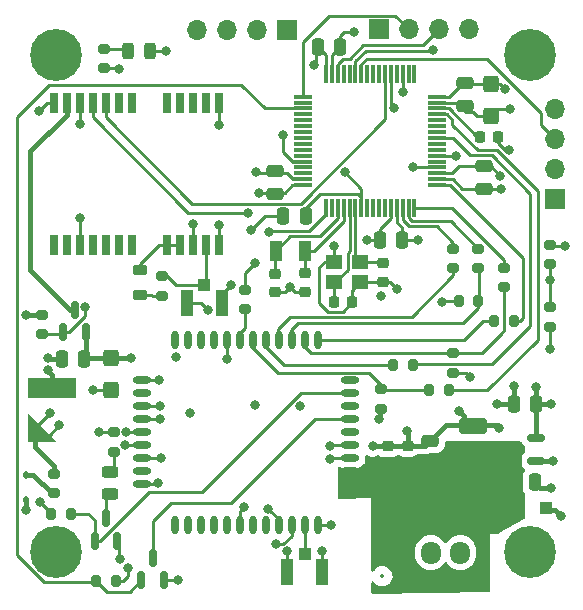
<source format=gtl>
%TF.GenerationSoftware,KiCad,Pcbnew,7.0.9*%
%TF.CreationDate,2024-01-29T23:24:25+02:00*%
%TF.ProjectId,TheftShield_Tracker,54686566-7453-4686-9965-6c645f547261,rev?*%
%TF.SameCoordinates,Original*%
%TF.FileFunction,Copper,L1,Top*%
%TF.FilePolarity,Positive*%
%FSLAX46Y46*%
G04 Gerber Fmt 4.6, Leading zero omitted, Abs format (unit mm)*
G04 Created by KiCad (PCBNEW 7.0.9) date 2024-01-29 23:24:25*
%MOMM*%
%LPD*%
G01*
G04 APERTURE LIST*
G04 Aperture macros list*
%AMRoundRect*
0 Rectangle with rounded corners*
0 $1 Rounding radius*
0 $2 $3 $4 $5 $6 $7 $8 $9 X,Y pos of 4 corners*
0 Add a 4 corners polygon primitive as box body*
4,1,4,$2,$3,$4,$5,$6,$7,$8,$9,$2,$3,0*
0 Add four circle primitives for the rounded corners*
1,1,$1+$1,$2,$3*
1,1,$1+$1,$4,$5*
1,1,$1+$1,$6,$7*
1,1,$1+$1,$8,$9*
0 Add four rect primitives between the rounded corners*
20,1,$1+$1,$2,$3,$4,$5,0*
20,1,$1+$1,$4,$5,$6,$7,0*
20,1,$1+$1,$6,$7,$8,$9,0*
20,1,$1+$1,$8,$9,$2,$3,0*%
%AMFreePoly0*
4,1,12,0.600035,0.600035,0.600050,0.600000,0.600050,-1.800000,0.600036,-1.800036,0.600000,-1.800050,0.599965,-1.800036,-1.800035,0.599965,-1.800050,0.600000,-1.800035,0.600035,-1.800000,0.600050,0.600000,0.600050,0.600035,0.600035,0.600035,0.600035,$1*%
G04 Aperture macros list end*
%TA.AperFunction,SMDPad,CuDef*%
%ADD10RoundRect,0.200000X-0.275000X0.200000X-0.275000X-0.200000X0.275000X-0.200000X0.275000X0.200000X0*%
%TD*%
%TA.AperFunction,SMDPad,CuDef*%
%ADD11RoundRect,0.250000X0.475000X-0.250000X0.475000X0.250000X-0.475000X0.250000X-0.475000X-0.250000X0*%
%TD*%
%TA.AperFunction,SMDPad,CuDef*%
%ADD12FreePoly0,180.000000*%
%TD*%
%TA.AperFunction,SMDPad,CuDef*%
%ADD13R,4.100000X1.700000*%
%TD*%
%TA.AperFunction,SMDPad,CuDef*%
%ADD14RoundRect,0.250000X0.250000X0.475000X-0.250000X0.475000X-0.250000X-0.475000X0.250000X-0.475000X0*%
%TD*%
%TA.AperFunction,SMDPad,CuDef*%
%ADD15R,0.800000X1.800000*%
%TD*%
%TA.AperFunction,ComponentPad*%
%ADD16R,1.700000X1.700000*%
%TD*%
%TA.AperFunction,ComponentPad*%
%ADD17O,1.700000X1.700000*%
%TD*%
%TA.AperFunction,ComponentPad*%
%ADD18C,4.400000*%
%TD*%
%TA.AperFunction,SMDPad,CuDef*%
%ADD19RoundRect,0.250000X-0.425000X0.450000X-0.425000X-0.450000X0.425000X-0.450000X0.425000X0.450000X0*%
%TD*%
%TA.AperFunction,SMDPad,CuDef*%
%ADD20O,0.600000X1.600000*%
%TD*%
%TA.AperFunction,SMDPad,CuDef*%
%ADD21O,1.600000X0.600000*%
%TD*%
%TA.AperFunction,SMDPad,CuDef*%
%ADD22RoundRect,0.250000X-0.475000X0.250000X-0.475000X-0.250000X0.475000X-0.250000X0.475000X0.250000X0*%
%TD*%
%TA.AperFunction,SMDPad,CuDef*%
%ADD23RoundRect,0.200000X0.200000X0.275000X-0.200000X0.275000X-0.200000X-0.275000X0.200000X-0.275000X0*%
%TD*%
%TA.AperFunction,SMDPad,CuDef*%
%ADD24RoundRect,0.200000X0.275000X-0.200000X0.275000X0.200000X-0.275000X0.200000X-0.275000X-0.200000X0*%
%TD*%
%TA.AperFunction,SMDPad,CuDef*%
%ADD25RoundRect,0.200000X-0.200000X-0.275000X0.200000X-0.275000X0.200000X0.275000X-0.200000X0.275000X0*%
%TD*%
%TA.AperFunction,SMDPad,CuDef*%
%ADD26R,1.000000X1.800000*%
%TD*%
%TA.AperFunction,SMDPad,CuDef*%
%ADD27RoundRect,0.218750X-0.381250X0.218750X-0.381250X-0.218750X0.381250X-0.218750X0.381250X0.218750X0*%
%TD*%
%TA.AperFunction,SMDPad,CuDef*%
%ADD28RoundRect,0.243750X0.456250X-0.243750X0.456250X0.243750X-0.456250X0.243750X-0.456250X-0.243750X0*%
%TD*%
%TA.AperFunction,SMDPad,CuDef*%
%ADD29RoundRect,0.250000X-0.250000X-0.475000X0.250000X-0.475000X0.250000X0.475000X-0.250000X0.475000X0*%
%TD*%
%TA.AperFunction,SMDPad,CuDef*%
%ADD30RoundRect,0.150000X0.150000X-0.587500X0.150000X0.587500X-0.150000X0.587500X-0.150000X-0.587500X0*%
%TD*%
%TA.AperFunction,SMDPad,CuDef*%
%ADD31RoundRect,0.225000X0.225000X0.250000X-0.225000X0.250000X-0.225000X-0.250000X0.225000X-0.250000X0*%
%TD*%
%TA.AperFunction,ComponentPad*%
%ADD32RoundRect,0.250000X-0.600000X-0.725000X0.600000X-0.725000X0.600000X0.725000X-0.600000X0.725000X0*%
%TD*%
%TA.AperFunction,ComponentPad*%
%ADD33O,1.700000X1.950000*%
%TD*%
%TA.AperFunction,SMDPad,CuDef*%
%ADD34R,1.400000X1.200000*%
%TD*%
%TA.AperFunction,SMDPad,CuDef*%
%ADD35R,1.000000X1.050000*%
%TD*%
%TA.AperFunction,SMDPad,CuDef*%
%ADD36R,1.050000X2.200000*%
%TD*%
%TA.AperFunction,SMDPad,CuDef*%
%ADD37RoundRect,0.225000X0.250000X-0.225000X0.250000X0.225000X-0.250000X0.225000X-0.250000X-0.225000X0*%
%TD*%
%TA.AperFunction,SMDPad,CuDef*%
%ADD38RoundRect,0.250000X0.925000X-0.412500X0.925000X0.412500X-0.925000X0.412500X-0.925000X-0.412500X0*%
%TD*%
%TA.AperFunction,SMDPad,CuDef*%
%ADD39RoundRect,0.112500X-0.112500X0.187500X-0.112500X-0.187500X0.112500X-0.187500X0.112500X0.187500X0*%
%TD*%
%TA.AperFunction,SMDPad,CuDef*%
%ADD40RoundRect,0.150000X0.587500X0.150000X-0.587500X0.150000X-0.587500X-0.150000X0.587500X-0.150000X0*%
%TD*%
%TA.AperFunction,SMDPad,CuDef*%
%ADD41RoundRect,0.075000X0.075000X-0.700000X0.075000X0.700000X-0.075000X0.700000X-0.075000X-0.700000X0*%
%TD*%
%TA.AperFunction,SMDPad,CuDef*%
%ADD42RoundRect,0.075000X0.700000X-0.075000X0.700000X0.075000X-0.700000X0.075000X-0.700000X-0.075000X0*%
%TD*%
%TA.AperFunction,SMDPad,CuDef*%
%ADD43RoundRect,0.250000X-0.300000X-0.300000X0.300000X-0.300000X0.300000X0.300000X-0.300000X0.300000X0*%
%TD*%
%TA.AperFunction,SMDPad,CuDef*%
%ADD44RoundRect,0.243750X0.243750X0.456250X-0.243750X0.456250X-0.243750X-0.456250X0.243750X-0.456250X0*%
%TD*%
%TA.AperFunction,ViaPad*%
%ADD45C,0.800000*%
%TD*%
%TA.AperFunction,Conductor*%
%ADD46C,0.400000*%
%TD*%
%TA.AperFunction,Conductor*%
%ADD47C,0.250000*%
%TD*%
%ADD48C,0.350000*%
G04 APERTURE END LIST*
D10*
%TO.P,R5,1*%
%TO.N,/STM32F401RCT6/PA2*%
X170832200Y-99150000D03*
%TO.P,R5,2*%
%TO.N,/SIM800C/UART1_RXD*%
X170832200Y-100800000D03*
%TD*%
D11*
%TO.P,C20,1*%
%TO.N,+MAIN_VCC*%
X164583800Y-115707800D03*
%TO.P,C20,2*%
%TO.N,GND*%
X164583800Y-113807800D03*
%TD*%
D12*
%TO.P,BT1,1,+*%
%TO.N,+BCKUP_BATT*%
X131112400Y-113301800D03*
D13*
%TO.P,BT1,2,-*%
%TO.N,GND*%
X132562400Y-109351800D03*
%TD*%
D10*
%TO.P,R18,1*%
%TO.N,+3.3V*%
X137761400Y-113094600D03*
%TO.P,R18,2*%
%TO.N,Net-(D3-A)*%
X137761400Y-114744600D03*
%TD*%
D14*
%TO.P,C13,1*%
%TO.N,+3.3V*%
X162206400Y-96774600D03*
%TO.P,C13,2*%
%TO.N,GND*%
X160306400Y-96774600D03*
%TD*%
D15*
%TO.P,U4,1*%
%TO.N,N/C*%
X132674600Y-97236800D03*
%TO.P,U4,2,SS_N*%
%TO.N,unconnected-(U4-SS_N-Pad2)*%
X133774600Y-97236800D03*
%TO.P,U4,3,TIMEPULSE*%
%TO.N,Net-(U4-TIMEPULSE)*%
X134874600Y-97236800D03*
%TO.P,U4,4,EXTINT0*%
%TO.N,unconnected-(U4-EXTINT0-Pad4)*%
X135974600Y-97236800D03*
%TO.P,U4,5,USB_DM*%
%TO.N,unconnected-(U4-USB_DM-Pad5)*%
X137074600Y-97236800D03*
%TO.P,U4,6,USB_DP*%
%TO.N,unconnected-(U4-USB_DP-Pad6)*%
X138174600Y-97236800D03*
%TO.P,U4,7,VDDUSB*%
%TO.N,unconnected-(U4-VDDUSB-Pad7)*%
X139274600Y-97236800D03*
%TO.P,U4,8,RSVD_8*%
%TO.N,/NEO-6M/VCC_RF*%
X142274600Y-97236800D03*
%TO.P,U4,9,VCC_RF*%
X143374600Y-97236800D03*
%TO.P,U4,10,GND*%
%TO.N,GND*%
X144474600Y-97236800D03*
%TO.P,U4,11,RF_IN*%
%TO.N,/NEO-6M/RF_IN*%
X145574600Y-97236800D03*
%TO.P,U4,12,GND*%
%TO.N,GND*%
X146674600Y-97236800D03*
%TO.P,U4,13,GND*%
X146674600Y-85236800D03*
%TO.P,U4,14,MOSI/CFG_COM0*%
%TO.N,unconnected-(U4-MOSI{slash}CFG_COM0-Pad14)*%
X145574600Y-85236800D03*
%TO.P,U4,15,MISO/CFG_COM1*%
%TO.N,unconnected-(U4-MISO{slash}CFG_COM1-Pad15)*%
X144474600Y-85236800D03*
%TO.P,U4,16,CFG_GPS0/SCK*%
%TO.N,unconnected-(U4-CFG_GPS0{slash}SCK-Pad16)*%
X143374600Y-85236800D03*
%TO.P,U4,17,RSVD_17*%
%TO.N,unconnected-(U4-RSVD_17-Pad17)*%
X142274600Y-85236800D03*
%TO.P,U4,18,SDA2*%
%TO.N,unconnected-(U4-SDA2-Pad18)*%
X139274600Y-85236800D03*
%TO.P,U4,19,SCL2*%
%TO.N,unconnected-(U4-SCL2-Pad19)*%
X138174600Y-85236800D03*
%TO.P,U4,20,TXD1*%
%TO.N,/NEO-6M/UART_TXD1*%
X137074600Y-85236800D03*
%TO.P,U4,21,RXD1*%
%TO.N,/NEO-6M/UART_RXD1*%
X135974600Y-85236800D03*
%TO.P,U4,22,V_BCKP*%
%TO.N,+BCKUP_BATT*%
X134874600Y-85236800D03*
%TO.P,U4,23,VCC*%
%TO.N,+3V3_NEO*%
X133774600Y-85236800D03*
%TO.P,U4,24,GND*%
%TO.N,GND*%
X132674600Y-85236800D03*
%TD*%
D14*
%TO.P,C6,1*%
%TO.N,/STM32F401RCT6/NRST*%
X154002200Y-94793400D03*
%TO.P,C6,2*%
%TO.N,GND*%
X152102200Y-94793400D03*
%TD*%
D16*
%TO.P,J2,1,Pin_1*%
%TO.N,GND*%
X175153400Y-93358800D03*
D17*
%TO.P,J2,2,Pin_2*%
%TO.N,/STM32F401RCT6/USART1_RX*%
X175153400Y-90818800D03*
%TO.P,J2,3,Pin_3*%
%TO.N,/STM32F401RCT6/USART1_TX*%
X175153400Y-88278800D03*
%TO.P,J2,4,Pin_4*%
%TO.N,+3.3V*%
X175153400Y-85738800D03*
%TD*%
D18*
%TO.P,H1,1,1*%
%TO.N,GND*%
X173000126Y-81112074D03*
%TD*%
D19*
%TO.P,C24,1*%
%TO.N,+3.3V*%
X137507400Y-106756800D03*
%TO.P,C24,2*%
%TO.N,GND*%
X137507400Y-109456800D03*
%TD*%
%TO.P,C14,1*%
%TO.N,+3.3V*%
X169740000Y-83588200D03*
%TO.P,C14,2*%
%TO.N,GND*%
X169740000Y-86288200D03*
%TD*%
D18*
%TO.P,H2,1,1*%
%TO.N,GND*%
X173013400Y-123238800D03*
%TD*%
D20*
%TO.P,U3,1,UART1_TXD*%
%TO.N,/SIM800C/UART1_TXD*%
X155024400Y-105233400D03*
%TO.P,U3,2,UART1_RXD*%
%TO.N,/SIM800C/UART1_RXD*%
X153924400Y-105233400D03*
%TO.P,U3,3,UART1_RTS*%
%TO.N,/SIM800C/UART1_RTS*%
X152824400Y-105233400D03*
%TO.P,U3,4,UART1_CTS*%
%TO.N,/SIM800C/UART1_CTS*%
X151724400Y-105233400D03*
%TO.P,U3,5,UART1_DCD*%
%TO.N,/SIM800C/UART1_DCD*%
X150624400Y-105233400D03*
%TO.P,U3,6,UART1_DTR*%
%TO.N,/SIM800C/UART1_DTR*%
X149524400Y-105233400D03*
%TO.P,U3,7,UART1_RI*%
%TO.N,/SIM800C/UART1_RI*%
X148424400Y-105233400D03*
%TO.P,U3,8,GND*%
%TO.N,GND*%
X147324400Y-105233400D03*
%TO.P,U3,9,MICP*%
%TO.N,unconnected-(U3-MICP-Pad9)*%
X146224400Y-105233400D03*
%TO.P,U3,10,MICN*%
%TO.N,unconnected-(U3-MICN-Pad10)*%
X145124400Y-105233400D03*
%TO.P,U3,11,SPKP*%
%TO.N,unconnected-(U3-SPKP-Pad11)*%
X144024400Y-105233400D03*
%TO.P,U3,12,SPKN*%
%TO.N,unconnected-(U3-SPKN-Pad12)*%
X142924400Y-105233400D03*
D21*
%TO.P,U3,13,GND*%
%TO.N,GND*%
X140174400Y-108683400D03*
%TO.P,U3,14,SIM_DET*%
%TO.N,unconnected-(U3-SIM_DET-Pad14)*%
X140174400Y-109783400D03*
%TO.P,U3,15,SIM_DATA*%
%TO.N,/SIM800C/SIM_DATA*%
X140174400Y-110883400D03*
%TO.P,U3,16,SIM_CLK*%
%TO.N,/SIM800C/SIM_CLK*%
X140174400Y-111983400D03*
%TO.P,U3,17,SIM_RST*%
%TO.N,/SIM800C/SIM_RST*%
X140174400Y-113083400D03*
%TO.P,U3,18,SIM_VDD*%
%TO.N,/SIM800C/SIM_VDD*%
X140174400Y-114183400D03*
%TO.P,U3,19,GND*%
%TO.N,GND*%
X140174400Y-115283400D03*
%TO.P,U3,20,BT_ANT*%
%TO.N,unconnected-(U3-BT_ANT-Pad20)*%
X140174400Y-116383400D03*
%TO.P,U3,21,GND*%
%TO.N,GND*%
X140174400Y-117483400D03*
D20*
%TO.P,U3,22,UART2_TXD*%
%TO.N,unconnected-(U3-UART2_TXD-Pad22)*%
X142924400Y-120933400D03*
%TO.P,U3,23,UART2_RXD*%
%TO.N,unconnected-(U3-UART2_RXD-Pad23)*%
X144024400Y-120933400D03*
%TO.P,U3,24,USB_VBUS*%
%TO.N,unconnected-(U3-USB_VBUS-Pad24)*%
X145124400Y-120933400D03*
%TO.P,U3,25,USB_DP*%
%TO.N,unconnected-(U3-USB_DP-Pad25)*%
X146224400Y-120933400D03*
%TO.P,U3,26,USB_DM*%
%TO.N,unconnected-(U3-USB_DM-Pad26)*%
X147324400Y-120933400D03*
%TO.P,U3,27,GND*%
%TO.N,GND*%
X148424400Y-120933400D03*
%TO.P,U3,28,VRTC*%
%TO.N,unconnected-(U3-VRTC-Pad28)*%
X149524400Y-120933400D03*
%TO.P,U3,29,RF_SYNC*%
%TO.N,unconnected-(U3-RF_SYNC-Pad29)*%
X150624400Y-120933400D03*
%TO.P,U3,30,GND*%
%TO.N,GND*%
X151724400Y-120933400D03*
%TO.P,U3,31,GND*%
X152824400Y-120933400D03*
%TO.P,U3,32,GSM_ANT*%
%TO.N,/SIM800C/GSM_ANT*%
X153924400Y-120933400D03*
%TO.P,U3,33,GND*%
%TO.N,GND*%
X155024400Y-120933400D03*
D21*
%TO.P,U3,34,VBAT*%
%TO.N,+MAIN_VCC*%
X157774400Y-117483400D03*
%TO.P,U3,35,VBAT*%
X157774400Y-116383400D03*
%TO.P,U3,36,GND*%
%TO.N,GND*%
X157774400Y-115283400D03*
%TO.P,U3,37,GND*%
X157774400Y-114183400D03*
%TO.P,U3,38,ADC*%
%TO.N,unconnected-(U3-ADC-Pad38)*%
X157774400Y-113083400D03*
%TO.P,U3,39,~{PWRKEY}*%
%TO.N,/SIM800C/PWRKEY*%
X157774400Y-111983400D03*
%TO.P,U3,40,VDD_EXT*%
%TO.N,unconnected-(U3-VDD_EXT-Pad40)*%
X157774400Y-110883400D03*
%TO.P,U3,41,NETLIGHT*%
%TO.N,/SIM800C/NETLIGHT*%
X157774400Y-109783400D03*
%TO.P,U3,42,STATUS*%
%TO.N,unconnected-(U3-STATUS-Pad42)*%
X157774400Y-108683400D03*
%TD*%
D14*
%TO.P,C23,1*%
%TO.N,+3.3V*%
X135282400Y-106858400D03*
%TO.P,C23,2*%
%TO.N,GND*%
X133382400Y-106858400D03*
%TD*%
D10*
%TO.P,R6,1*%
%TO.N,/STM32F401RCT6/PA1*%
X168647800Y-97524400D03*
%TO.P,R6,2*%
%TO.N,/SIM800C/UART1_RTS*%
X168647800Y-99174400D03*
%TD*%
D22*
%TO.P,C11,1*%
%TO.N,+3.3V*%
X167487600Y-83530400D03*
%TO.P,C11,2*%
%TO.N,GND*%
X167487600Y-85430400D03*
%TD*%
D23*
%TO.P,R4,1*%
%TO.N,/STM32F401RCT6/PA3*%
X171619600Y-103683400D03*
%TO.P,R4,2*%
%TO.N,/SIM800C/UART1_TXD*%
X169969600Y-103683400D03*
%TD*%
D24*
%TO.P,R21,1*%
%TO.N,Net-(U4-TIMEPULSE)*%
X136931400Y-82257400D03*
%TO.P,R21,2*%
%TO.N,Net-(D5-A)*%
X136931400Y-80607400D03*
%TD*%
D10*
%TO.P,R7,1*%
%TO.N,/STM32F401RCT6/PA0*%
X166514200Y-97549800D03*
%TO.P,R7,2*%
%TO.N,/SIM800C/UART1_CTS*%
X166514200Y-99199800D03*
%TD*%
D25*
%TO.P,R19,1*%
%TO.N,GND*%
X132491400Y-119964800D03*
%TO.P,R19,2*%
%TO.N,/SIM800C/NETLIGHT*%
X134141400Y-119964800D03*
%TD*%
D23*
%TO.P,R15,1*%
%TO.N,/SIM800C/UART1_RTS*%
X168609200Y-101981600D03*
%TO.P,R15,2*%
%TO.N,GND*%
X166959200Y-101981600D03*
%TD*%
%TO.P,R8,1*%
%TO.N,/STM32F401RCT6/PB10*%
X166128200Y-109524800D03*
%TO.P,R8,2*%
%TO.N,/SIM800C/UART1_DTR*%
X164478200Y-109524800D03*
%TD*%
D16*
%TO.P,J3,1,Pin_1*%
%TO.N,GND*%
X152442600Y-78994600D03*
D17*
%TO.P,J3,2,Pin_2*%
%TO.N,/STM32F401RCT6/NRST*%
X149902600Y-78994600D03*
%TO.P,J3,3,Pin_3*%
%TO.N,/STM32F401RCT6/BOOT0*%
X147362600Y-78994600D03*
%TO.P,J3,4,Pin_4*%
%TO.N,+3.3V*%
X144822600Y-78994600D03*
%TD*%
D26*
%TO.P,Y2,1,1*%
%TO.N,/STM32F401RCT6/LSE_IN*%
X151477400Y-97689000D03*
%TO.P,Y2,2,2*%
%TO.N,/STM32F401RCT6/LSE_OUT*%
X153977400Y-97689000D03*
%TD*%
D23*
%TO.P,R17,1*%
%TO.N,GND*%
X137926000Y-125679800D03*
%TO.P,R17,2*%
%TO.N,/SIM800C/PWR_CNTR*%
X136276000Y-125679800D03*
%TD*%
D24*
%TO.P,R3,1*%
%TO.N,/STM32F401RCT6/PA6*%
X174701200Y-98843600D03*
%TO.P,R3,2*%
%TO.N,GND*%
X174701200Y-97193600D03*
%TD*%
D27*
%TO.P,L1,1,1*%
%TO.N,/NEO-6M/VCC_RF*%
X140004800Y-99369100D03*
%TO.P,L1,2,2*%
%TO.N,Net-(L1-Pad2)*%
X140004800Y-101494100D03*
%TD*%
D28*
%TO.P,D3,1,K*%
%TO.N,Net-(D3-K)*%
X137431200Y-118286100D03*
%TO.P,D3,2,A*%
%TO.N,Net-(D3-A)*%
X137431200Y-116411100D03*
%TD*%
D24*
%TO.P,R22,1*%
%TO.N,/NEO-6M/PWR_CNTR*%
X131665400Y-104762400D03*
%TO.P,R22,2*%
%TO.N,+3.3V*%
X131665400Y-103112400D03*
%TD*%
D29*
%TO.P,C2,1*%
%TO.N,GND*%
X171634800Y-110643000D03*
%TO.P,C2,2*%
%TO.N,+3.3V*%
X173534800Y-110643000D03*
%TD*%
D30*
%TO.P,Q3,1,G*%
%TO.N,/NEO-6M/PWR_CNTR*%
X133509400Y-104570100D03*
%TO.P,Q3,2,S*%
%TO.N,+3.3V*%
X135409400Y-104570100D03*
%TO.P,Q3,3,D*%
%TO.N,+3V3_NEO*%
X134459400Y-102695100D03*
%TD*%
D23*
%TO.P,R9,1*%
%TO.N,/STM32F401RCT6/PC5*%
X163072000Y-107366400D03*
%TO.P,R9,2*%
%TO.N,/SIM800C/UART1_DCD*%
X161422000Y-107366400D03*
%TD*%
D31*
%TO.P,C8,1*%
%TO.N,GND*%
X170311800Y-88087800D03*
%TO.P,C8,2*%
%TO.N,/STM32F401RCT6/VCAP*%
X168761800Y-88087800D03*
%TD*%
D32*
%TO.P,J4,1,Pin_1*%
%TO.N,+MAIN_VCC*%
X162117400Y-123274600D03*
D33*
%TO.P,J4,2,Pin_2*%
%TO.N,GND*%
X164617400Y-123274600D03*
%TO.P,J4,3,Pin_3*%
%TO.N,/ADC1_IN6*%
X167117400Y-123274600D03*
%TD*%
D29*
%TO.P,C10,1*%
%TO.N,+3.3V*%
X155048600Y-80417000D03*
%TO.P,C10,2*%
%TO.N,GND*%
X156948600Y-80417000D03*
%TD*%
D16*
%TO.P,J1,1,Pin_1*%
%TO.N,GND*%
X160215000Y-78969200D03*
D17*
%TO.P,J1,2,Pin_2*%
%TO.N,/STM32F401RCT6/SWCLK*%
X162755000Y-78969200D03*
%TO.P,J1,3,Pin_3*%
%TO.N,/STM32F401RCT6/SWDIO*%
X165295000Y-78969200D03*
%TO.P,J1,4,Pin_4*%
%TO.N,+3.3V*%
X167835000Y-78969200D03*
%TD*%
D34*
%TO.P,Y1,1,1*%
%TO.N,/STM32F401RCT6/HSE_OUT*%
X158640200Y-98679600D03*
%TO.P,Y1,2,2*%
%TO.N,GND*%
X156440200Y-98679600D03*
%TO.P,Y1,3,3*%
%TO.N,/STM32F401RCT6/HSE_IN*%
X156440200Y-100379600D03*
%TO.P,Y1,4,4*%
%TO.N,GND*%
X158640200Y-100379600D03*
%TD*%
D10*
%TO.P,R11,1*%
%TO.N,/SIM800C/UART1_DTR*%
X160401000Y-109436400D03*
%TO.P,R11,2*%
%TO.N,GND*%
X160401000Y-111086400D03*
%TD*%
D35*
%TO.P,J7,1,In*%
%TO.N,/NEO-6M/RF_IN*%
X145440400Y-100572400D03*
D36*
%TO.P,J7,2,Ext*%
%TO.N,GND*%
X146915400Y-102097400D03*
X143965400Y-102097400D03*
%TD*%
D10*
%TO.P,R16,1*%
%TO.N,/SIM800C/UART1_RXD*%
X166463400Y-106389000D03*
%TO.P,R16,2*%
%TO.N,GND*%
X166463400Y-108039000D03*
%TD*%
%TO.P,R1,1*%
%TO.N,+BCKUP_BATT*%
X132706800Y-116599800D03*
%TO.P,R1,2*%
%TO.N,Net-(D1-K)*%
X132706800Y-118249800D03*
%TD*%
D37*
%TO.P,C7,1*%
%TO.N,GND*%
X160537400Y-100330000D03*
%TO.P,C7,2*%
%TO.N,/STM32F401RCT6/HSE_OUT*%
X160537400Y-98780000D03*
%TD*%
D10*
%TO.P,R10,1*%
%TO.N,/STM32F401RCT6/PA4*%
X148886600Y-101003600D03*
%TO.P,R10,2*%
%TO.N,/SIM800C/UART1_RI*%
X148886600Y-102653600D03*
%TD*%
D30*
%TO.P,Q1,1,G*%
%TO.N,/SIM800C/PWR_CNTR*%
X140113400Y-125601300D03*
%TO.P,Q1,2,S*%
%TO.N,GND*%
X142013400Y-125601300D03*
%TO.P,Q1,3,D*%
%TO.N,/SIM800C/PWRKEY*%
X141063400Y-123726300D03*
%TD*%
D18*
%TO.P,H3,1,1*%
%TO.N,GND*%
X132883400Y-81108800D03*
%TD*%
D22*
%TO.P,C12,1*%
%TO.N,+3.3V*%
X169155800Y-90541400D03*
%TO.P,C12,2*%
%TO.N,GND*%
X169155800Y-92441400D03*
%TD*%
D10*
%TO.P,R20,1*%
%TO.N,/NEO-6M/RF_IN*%
X141859000Y-99860600D03*
%TO.P,R20,2*%
%TO.N,Net-(L1-Pad2)*%
X141859000Y-101510600D03*
%TD*%
D38*
%TO.P,C19,1*%
%TO.N,+MAIN_VCC*%
X168148000Y-115583500D03*
%TO.P,C19,2*%
%TO.N,GND*%
X168148000Y-112508500D03*
%TD*%
D37*
%TO.P,C5,1*%
%TO.N,GND*%
X153992000Y-101181800D03*
%TO.P,C5,2*%
%TO.N,/STM32F401RCT6/LSE_OUT*%
X153992000Y-99631800D03*
%TD*%
%TO.P,C21,1*%
%TO.N,+MAIN_VCC*%
X162653400Y-115786800D03*
%TO.P,C21,2*%
%TO.N,GND*%
X162653400Y-114236800D03*
%TD*%
D35*
%TO.P,J6,1,In*%
%TO.N,/SIM800C/GSM_ANT*%
X153924000Y-123407000D03*
D36*
%TO.P,J6,2,Ext*%
%TO.N,GND*%
X155399000Y-124932000D03*
X152449000Y-124932000D03*
%TD*%
D39*
%TO.P,D1,1,K*%
%TO.N,Net-(D1-K)*%
X130344600Y-116679600D03*
%TO.P,D1,2,A*%
%TO.N,+3.3V*%
X130344600Y-118779600D03*
%TD*%
D40*
%TO.P,U1,1,GND*%
%TO.N,GND*%
X173532800Y-115493800D03*
%TO.P,U1,2,VO*%
%TO.N,+3.3V*%
X173532800Y-113593800D03*
%TO.P,U1,3,VI*%
%TO.N,+MAIN_VCC*%
X171657800Y-114543800D03*
%TD*%
D41*
%TO.P,U2,1,VBAT*%
%TO.N,+BCKUP_BATT*%
X155728400Y-94083800D03*
%TO.P,U2,2,PC13*%
%TO.N,unconnected-(U2-PC13-Pad2)*%
X156228400Y-94083800D03*
%TO.P,U2,3,PC14*%
%TO.N,/STM32F401RCT6/LSE_IN*%
X156728400Y-94083800D03*
%TO.P,U2,4,PC15*%
%TO.N,/STM32F401RCT6/LSE_OUT*%
X157228400Y-94083800D03*
%TO.P,U2,5,PH0*%
%TO.N,/STM32F401RCT6/HSE_IN*%
X157728400Y-94083800D03*
%TO.P,U2,6,PH1*%
%TO.N,/STM32F401RCT6/HSE_OUT*%
X158228400Y-94083800D03*
%TO.P,U2,7,NRST*%
%TO.N,/STM32F401RCT6/NRST*%
X158728400Y-94083800D03*
%TO.P,U2,8,PC0*%
%TO.N,unconnected-(U2-PC0-Pad8)*%
X159228400Y-94083800D03*
%TO.P,U2,9,PC1*%
%TO.N,unconnected-(U2-PC1-Pad9)*%
X159728400Y-94083800D03*
%TO.P,U2,10,PC2*%
%TO.N,unconnected-(U2-PC2-Pad10)*%
X160228400Y-94083800D03*
%TO.P,U2,11,PC3*%
%TO.N,unconnected-(U2-PC3-Pad11)*%
X160728400Y-94083800D03*
%TO.P,U2,12,VSSA*%
%TO.N,GND*%
X161228400Y-94083800D03*
%TO.P,U2,13,VREF+*%
%TO.N,+3.3V*%
X161728400Y-94083800D03*
%TO.P,U2,14,PA0*%
%TO.N,/STM32F401RCT6/PA0*%
X162228400Y-94083800D03*
%TO.P,U2,15,PA1*%
%TO.N,/STM32F401RCT6/PA1*%
X162728400Y-94083800D03*
%TO.P,U2,16,PA2*%
%TO.N,/STM32F401RCT6/PA2*%
X163228400Y-94083800D03*
D42*
%TO.P,U2,17,PA3*%
%TO.N,/STM32F401RCT6/PA3*%
X165153400Y-92158800D03*
%TO.P,U2,18,VSS*%
%TO.N,GND*%
X165153400Y-91658800D03*
%TO.P,U2,19,VDD*%
%TO.N,+3.3V*%
X165153400Y-91158800D03*
%TO.P,U2,20,PA4*%
%TO.N,/STM32F401RCT6/PA4*%
X165153400Y-90658800D03*
%TO.P,U2,21,PA5*%
%TO.N,unconnected-(U2-PA5-Pad21)*%
X165153400Y-90158800D03*
%TO.P,U2,22,PA6*%
%TO.N,/STM32F401RCT6/PA6*%
X165153400Y-89658800D03*
%TO.P,U2,23,PA7*%
%TO.N,unconnected-(U2-PA7-Pad23)*%
X165153400Y-89158800D03*
%TO.P,U2,24,PC4*%
%TO.N,unconnected-(U2-PC4-Pad24)*%
X165153400Y-88658800D03*
%TO.P,U2,25,PC5*%
%TO.N,/STM32F401RCT6/PC5*%
X165153400Y-88158800D03*
%TO.P,U2,26,PB0*%
%TO.N,/STM32F401RCT6/PB0*%
X165153400Y-87658800D03*
%TO.P,U2,27,PB1*%
%TO.N,/STM32F401RCT6/PB1*%
X165153400Y-87158800D03*
%TO.P,U2,28,PB2*%
%TO.N,unconnected-(U2-PB2-Pad28)*%
X165153400Y-86658800D03*
%TO.P,U2,29,PB10*%
%TO.N,/STM32F401RCT6/PB10*%
X165153400Y-86158800D03*
%TO.P,U2,30,VCAP1*%
%TO.N,/STM32F401RCT6/VCAP*%
X165153400Y-85658800D03*
%TO.P,U2,31,VSS*%
%TO.N,GND*%
X165153400Y-85158800D03*
%TO.P,U2,32,VDD*%
%TO.N,+3.3V*%
X165153400Y-84658800D03*
D41*
%TO.P,U2,33,PB12*%
%TO.N,unconnected-(U2-PB12-Pad33)*%
X163228400Y-82733800D03*
%TO.P,U2,34,PB13*%
%TO.N,unconnected-(U2-PB13-Pad34)*%
X162728400Y-82733800D03*
%TO.P,U2,35,PB14*%
%TO.N,/NEO-6M/PWR_CNTR*%
X162228400Y-82733800D03*
%TO.P,U2,36,PB15*%
%TO.N,unconnected-(U2-PB15-Pad36)*%
X161728400Y-82733800D03*
%TO.P,U2,37,PC6*%
%TO.N,/NEO-6M/UART_RXD1*%
X161228400Y-82733800D03*
%TO.P,U2,38,PC7*%
%TO.N,/NEO-6M/UART_TXD1*%
X160728400Y-82733800D03*
%TO.P,U2,39,PC8*%
%TO.N,unconnected-(U2-PC8-Pad39)*%
X160228400Y-82733800D03*
%TO.P,U2,40,PC9*%
%TO.N,unconnected-(U2-PC9-Pad40)*%
X159728400Y-82733800D03*
%TO.P,U2,41,PA8*%
%TO.N,unconnected-(U2-PA8-Pad41)*%
X159228400Y-82733800D03*
%TO.P,U2,42,PA9*%
%TO.N,/STM32F401RCT6/USART1_TX*%
X158728400Y-82733800D03*
%TO.P,U2,43,PA10*%
%TO.N,/STM32F401RCT6/USART1_RX*%
X158228400Y-82733800D03*
%TO.P,U2,44,PA11*%
%TO.N,unconnected-(U2-PA11-Pad44)*%
X157728400Y-82733800D03*
%TO.P,U2,45,PA12*%
%TO.N,unconnected-(U2-PA12-Pad45)*%
X157228400Y-82733800D03*
%TO.P,U2,46,PA13*%
%TO.N,/STM32F401RCT6/SWDIO*%
X156728400Y-82733800D03*
%TO.P,U2,47,VSS*%
%TO.N,GND*%
X156228400Y-82733800D03*
%TO.P,U2,48,VDD*%
%TO.N,+3.3V*%
X155728400Y-82733800D03*
D42*
%TO.P,U2,49,PA14*%
%TO.N,/STM32F401RCT6/SWCLK*%
X153803400Y-84658800D03*
%TO.P,U2,50,PA15*%
%TO.N,unconnected-(U2-PA15-Pad50)*%
X153803400Y-85158800D03*
%TO.P,U2,51,PC10*%
%TO.N,/SIM800C/PWR_CNTR*%
X153803400Y-85658800D03*
%TO.P,U2,52,PC11*%
%TO.N,unconnected-(U2-PC11-Pad52)*%
X153803400Y-86158800D03*
%TO.P,U2,53,PC12*%
%TO.N,unconnected-(U2-PC12-Pad53)*%
X153803400Y-86658800D03*
%TO.P,U2,54,PD2*%
%TO.N,unconnected-(U2-PD2-Pad54)*%
X153803400Y-87158800D03*
%TO.P,U2,55,PB3*%
%TO.N,unconnected-(U2-PB3-Pad55)*%
X153803400Y-87658800D03*
%TO.P,U2,56,PB4*%
%TO.N,unconnected-(U2-PB4-Pad56)*%
X153803400Y-88158800D03*
%TO.P,U2,57,PB5*%
%TO.N,unconnected-(U2-PB5-Pad57)*%
X153803400Y-88658800D03*
%TO.P,U2,58,PB6*%
%TO.N,unconnected-(U2-PB6-Pad58)*%
X153803400Y-89158800D03*
%TO.P,U2,59,PB7*%
%TO.N,unconnected-(U2-PB7-Pad59)*%
X153803400Y-89658800D03*
%TO.P,U2,60,BOOT0*%
%TO.N,/STM32F401RCT6/BOOT0*%
X153803400Y-90158800D03*
%TO.P,U2,61,PB8*%
%TO.N,unconnected-(U2-PB8-Pad61)*%
X153803400Y-90658800D03*
%TO.P,U2,62,PB9*%
%TO.N,unconnected-(U2-PB9-Pad62)*%
X153803400Y-91158800D03*
%TO.P,U2,63,VSS*%
%TO.N,GND*%
X153803400Y-91658800D03*
%TO.P,U2,64,VDD*%
%TO.N,+3.3V*%
X153803400Y-92158800D03*
%TD*%
D37*
%TO.P,C4,1*%
%TO.N,GND*%
X151426600Y-101232600D03*
%TO.P,C4,2*%
%TO.N,/STM32F401RCT6/LSE_IN*%
X151426600Y-99682600D03*
%TD*%
%TO.P,C22,1*%
%TO.N,+MAIN_VCC*%
X160977000Y-115812200D03*
%TO.P,C22,2*%
%TO.N,GND*%
X160977000Y-114262200D03*
%TD*%
D11*
%TO.P,C9,1*%
%TO.N,+3.3V*%
X151401200Y-92873200D03*
%TO.P,C9,2*%
%TO.N,GND*%
X151401200Y-90973200D03*
%TD*%
D24*
%TO.P,R2,1*%
%TO.N,/ADC1_IN6*%
X174701200Y-104126800D03*
%TO.P,R2,2*%
%TO.N,/STM32F401RCT6/PA6*%
X174701200Y-102476800D03*
%TD*%
D18*
%TO.P,H4,1,1*%
%TO.N,GND*%
X132883400Y-123228800D03*
%TD*%
D43*
%TO.P,D4,1,K*%
%TO.N,+MAIN_VCC*%
X171574000Y-119500000D03*
%TO.P,D4,2,A*%
%TO.N,GND*%
X174374000Y-119500000D03*
%TD*%
D30*
%TO.P,Q2,1,G*%
%TO.N,/SIM800C/NETLIGHT*%
X136151000Y-122248500D03*
%TO.P,Q2,2,S*%
%TO.N,GND*%
X138051000Y-122248500D03*
%TO.P,Q2,3,D*%
%TO.N,Net-(D3-K)*%
X137101000Y-120373500D03*
%TD*%
D44*
%TO.P,D5,1,K*%
%TO.N,GND*%
X140866100Y-80772000D03*
%TO.P,D5,2,A*%
%TO.N,Net-(D5-A)*%
X138991100Y-80772000D03*
%TD*%
D31*
%TO.P,C3,1*%
%TO.N,GND*%
X157934200Y-102069600D03*
%TO.P,C3,2*%
%TO.N,/STM32F401RCT6/HSE_IN*%
X156384200Y-102069600D03*
%TD*%
D14*
%TO.P,C1,1*%
%TO.N,GND*%
X173390600Y-117297200D03*
%TO.P,C1,2*%
%TO.N,+MAIN_VCC*%
X171490600Y-117297200D03*
%TD*%
D45*
%TO.N,GND*%
X147726400Y-100584000D03*
X144195800Y-111455200D03*
X156455800Y-97282600D03*
X161747200Y-100914200D03*
X147345400Y-106883200D03*
X146659600Y-87020400D03*
X135991600Y-109474000D03*
X151511000Y-122555000D03*
X158140400Y-79171800D03*
X152425400Y-123164600D03*
X142189200Y-80772000D03*
X132198800Y-107823600D03*
X144475200Y-95427800D03*
X170408600Y-112674400D03*
X152715955Y-100800963D03*
X153568899Y-110820699D03*
X171234697Y-89191503D03*
X174980600Y-115493800D03*
X149758400Y-110744000D03*
X138955200Y-124562200D03*
X171300000Y-85700000D03*
X170561000Y-92456000D03*
X174828200Y-117779800D03*
X141554200Y-117373400D03*
X170230800Y-110667800D03*
X160401000Y-101523800D03*
X160223200Y-111988600D03*
X149377400Y-95986600D03*
X166979600Y-111277400D03*
X141579600Y-108686600D03*
X159199000Y-96800000D03*
X141732000Y-115290600D03*
X143222400Y-125603600D03*
X167894000Y-108356400D03*
X145719800Y-102692200D03*
X131521200Y-118973600D03*
X162636200Y-112979200D03*
X171627800Y-109169200D03*
X150843679Y-119561036D03*
X156083000Y-114198400D03*
X175971200Y-97282000D03*
X131470400Y-85877400D03*
X175641000Y-120142000D03*
X148793200Y-119380000D03*
X146659600Y-95504000D03*
X143078200Y-106705400D03*
X156083000Y-115316000D03*
X132198800Y-106807600D03*
X156159200Y-120929400D03*
X149851800Y-91008800D03*
X159689800Y-114249200D03*
X138320200Y-123825600D03*
X165599800Y-102057800D03*
X155399000Y-123113800D03*
%TO.N,+BCKUP_BATT*%
X132334000Y-111455200D03*
X133172200Y-112496600D03*
X150952200Y-96113600D03*
X134874000Y-86995000D03*
%TO.N,+3.3V*%
X163550600Y-96799400D03*
X170505901Y-91368099D03*
X150029600Y-92837600D03*
X130319200Y-119685400D03*
X173507400Y-109220000D03*
X170904253Y-84035547D03*
X154703200Y-81966400D03*
X130352800Y-103124000D03*
X174828200Y-110643000D03*
X136491400Y-113094600D03*
X139216800Y-106756800D03*
%TO.N,/STM32F401RCT6/NRST*%
X157310500Y-91076100D03*
%TO.N,/SIM800C/SIM_DATA*%
X141655800Y-110871000D03*
%TO.N,/SIM800C/SIM_CLK*%
X141681200Y-111963200D03*
%TO.N,/SIM800C/SIM_RST*%
X138835900Y-113080800D03*
%TO.N,/SIM800C/SIM_VDD*%
X138728979Y-114145181D03*
%TO.N,/STM32F401RCT6/USART1_RX*%
X164795200Y-80707900D03*
%TO.N,/STM32F401RCT6/BOOT0*%
X152120600Y-87934800D03*
%TO.N,/NEO-6M/PWR_CNTR*%
X162229800Y-84302600D03*
X135358900Y-102463600D03*
%TO.N,Net-(U4-TIMEPULSE)*%
X138201400Y-82296000D03*
X134874000Y-94970600D03*
%TO.N,/NEO-6M/UART_RXD1*%
X149098000Y-94488000D03*
X161467800Y-85598000D03*
%TO.N,/STM32F401RCT6/PA4*%
X149733000Y-98729800D03*
X163118800Y-90652600D03*
%TO.N,/STM32F401RCT6/PA6*%
X174701200Y-100203000D03*
X166725600Y-89662000D03*
%TO.N,/ADC1_IN6*%
X174675800Y-105994200D03*
%TD*%
D46*
%TO.N,GND*%
X162653400Y-114236800D02*
X162653400Y-112996400D01*
D47*
X146915400Y-101395000D02*
X147726400Y-100584000D01*
D46*
X171634800Y-109176200D02*
X171634800Y-110643000D01*
D47*
X146674600Y-85236800D02*
X146674600Y-87005400D01*
X138955200Y-125241400D02*
X138516800Y-125679800D01*
X141724800Y-115283400D02*
X141732000Y-115290600D01*
D46*
X171634800Y-110643000D02*
X170255600Y-110643000D01*
D47*
X151426600Y-101232600D02*
X152284318Y-101232600D01*
X157934200Y-101085600D02*
X158640200Y-100379600D01*
X170311800Y-88087800D02*
X170311800Y-88625400D01*
X149851800Y-91008800D02*
X150004200Y-91161200D01*
X167276200Y-92456600D02*
X169140600Y-92456600D01*
X156455800Y-97282600D02*
X156455800Y-97951000D01*
X152120600Y-122555000D02*
X151511000Y-122555000D01*
D46*
X174374000Y-119634000D02*
X175133000Y-119634000D01*
D47*
X155024400Y-120933400D02*
X156155200Y-120933400D01*
D46*
X171627800Y-109169200D02*
X171634800Y-109176200D01*
D47*
X166478400Y-91658800D02*
X167276200Y-92456600D01*
X160375600Y-111836200D02*
X160375600Y-110959400D01*
X152102200Y-94793400D02*
X150570600Y-94793400D01*
X147324400Y-105233400D02*
X147324400Y-106862200D01*
D46*
X159702800Y-114262200D02*
X159689800Y-114249200D01*
D47*
X140174400Y-108683400D02*
X141576400Y-108683400D01*
D46*
X175133000Y-119634000D02*
X175641000Y-120142000D01*
D47*
X151026600Y-119735600D02*
X150799800Y-119735600D01*
X156155200Y-120933400D02*
X156159200Y-120929400D01*
X156440200Y-98679600D02*
X155617600Y-98679600D01*
X161228400Y-94924485D02*
X161228400Y-94083800D01*
X132491400Y-119964800D02*
X132491400Y-119943800D01*
X160306400Y-96774600D02*
X159224400Y-96774600D01*
X166800800Y-85158800D02*
X167581000Y-85939000D01*
X157302200Y-79171800D02*
X156948600Y-79525400D01*
X147324400Y-106862200D02*
X147345400Y-106883200D01*
X152449000Y-123188200D02*
X152425400Y-123164600D01*
X165153400Y-85158800D02*
X166800800Y-85158800D01*
X146915400Y-102097400D02*
X146915400Y-101395000D01*
X156083000Y-115316000D02*
X156115600Y-115283400D01*
D46*
X164583800Y-113774800D02*
X165874900Y-112483700D01*
D47*
X156440200Y-97966600D02*
X156440200Y-98679600D01*
D46*
X133382400Y-106858400D02*
X132249600Y-106858400D01*
X170217900Y-112483700D02*
X167428600Y-112483700D01*
D47*
X160537400Y-100330000D02*
X161163000Y-100330000D01*
X153096792Y-101181800D02*
X153992000Y-101181800D01*
X160306400Y-95846485D02*
X161228400Y-94924485D01*
X156455800Y-97951000D02*
X156440200Y-97966600D01*
D46*
X132562400Y-109351800D02*
X131796600Y-109351800D01*
D47*
X152824400Y-121851200D02*
X152120600Y-122555000D01*
X152962715Y-91658800D02*
X153803400Y-91658800D01*
X155399000Y-123113800D02*
X155399000Y-124932000D01*
X165676000Y-101981600D02*
X165599800Y-102057800D01*
X155185800Y-102124017D02*
X155931383Y-102869600D01*
X171300000Y-85700000D02*
X170328200Y-85700000D01*
X157934200Y-102069600D02*
X157934200Y-101085600D01*
X150004200Y-91161200D02*
X152465115Y-91161200D01*
X168175400Y-85939000D02*
X168524600Y-86288200D01*
X145719800Y-102692200D02*
X145125000Y-102097400D01*
D46*
X170255600Y-110643000D02*
X170230800Y-110667800D01*
D47*
X157774400Y-114183400D02*
X156098000Y-114183400D01*
X156115600Y-115283400D02*
X157774400Y-115283400D01*
X170877903Y-89191503D02*
X171234697Y-89191503D01*
X150570600Y-94793400D02*
X149377400Y-95986600D01*
X169140600Y-92456600D02*
X169155800Y-92441400D01*
X152715955Y-100800963D02*
X153096792Y-101181800D01*
D46*
X162653400Y-114236800D02*
X164154800Y-114236800D01*
D47*
X132491400Y-119943800D02*
X131521200Y-118973600D01*
X144474600Y-95428400D02*
X144475200Y-95427800D01*
X167576600Y-108039000D02*
X167894000Y-108356400D01*
D46*
X162653400Y-114236800D02*
X161002400Y-114236800D01*
D47*
X155617600Y-98679600D02*
X155185800Y-99111400D01*
D46*
X132249600Y-106858400D02*
X132198800Y-106807600D01*
D47*
X157134200Y-102869600D02*
X157934200Y-102069600D01*
X156098000Y-114183400D02*
X156083000Y-114198400D01*
X155185800Y-99111400D02*
X155185800Y-102124017D01*
X161163000Y-100330000D02*
X161747200Y-100914200D01*
D46*
X174980600Y-115493800D02*
X173532800Y-115493800D01*
X164583800Y-113807800D02*
X164583800Y-113774800D01*
X132562400Y-108187200D02*
X132562400Y-109351800D01*
D47*
X141444200Y-117483400D02*
X141554200Y-117373400D01*
X138051000Y-122248500D02*
X138193200Y-122390700D01*
X174942000Y-97282000D02*
X174701200Y-97041200D01*
X158140400Y-79171800D02*
X157302200Y-79171800D01*
X132111000Y-85236800D02*
X131470400Y-85877400D01*
X136008800Y-109456800D02*
X135991600Y-109474000D01*
D46*
X161002400Y-114236800D02*
X160977000Y-114262200D01*
D47*
X138193200Y-122390700D02*
X138193200Y-123698600D01*
X148424400Y-119748800D02*
X148793200Y-119380000D01*
X152284318Y-101232600D02*
X152715955Y-100800963D01*
X155931383Y-102869600D02*
X157134200Y-102869600D01*
X158689800Y-100330000D02*
X158640200Y-100379600D01*
D46*
X162653400Y-112996400D02*
X162636200Y-112979200D01*
D47*
X160223200Y-111988600D02*
X160375600Y-111836200D01*
X156228400Y-81137200D02*
X156948600Y-80417000D01*
X169155800Y-92441400D02*
X170546400Y-92441400D01*
X138516800Y-125679800D02*
X137926000Y-125679800D01*
X142013400Y-125601300D02*
X143220100Y-125601300D01*
X141576400Y-108683400D02*
X141579600Y-108686600D01*
X156948600Y-79525400D02*
X156948600Y-80417000D01*
X146674600Y-87005400D02*
X146659600Y-87020400D01*
X152465115Y-91161200D02*
X152962715Y-91658800D01*
X152449000Y-124932000D02*
X152449000Y-123188200D01*
X148424400Y-120933400D02*
X148424400Y-119748800D01*
D46*
X174828200Y-117779800D02*
X173873200Y-117779800D01*
X165874900Y-112483700D02*
X167428600Y-112483700D01*
D47*
X151724400Y-120933400D02*
X151724400Y-120433400D01*
X170328200Y-85700000D02*
X169740000Y-86288200D01*
X159224400Y-96774600D02*
X159199000Y-96800000D01*
X170311800Y-88625400D02*
X170877903Y-89191503D01*
X137507400Y-109456800D02*
X136008800Y-109456800D01*
D46*
X132198800Y-107823600D02*
X132562400Y-108187200D01*
X167428600Y-111726400D02*
X167428600Y-112483700D01*
D47*
X170546400Y-92441400D02*
X170561000Y-92456000D01*
X150843679Y-119691721D02*
X150843679Y-119561036D01*
X175971200Y-97282000D02*
X174942000Y-97282000D01*
X152824400Y-120933400D02*
X152824400Y-121851200D01*
X156228400Y-82733800D02*
X156228400Y-81137200D01*
X166959200Y-101981600D02*
X165676000Y-101981600D01*
X166463400Y-108039000D02*
X167576600Y-108039000D01*
X151724400Y-120433400D02*
X151026600Y-119735600D01*
X150799800Y-119735600D02*
X150843679Y-119691721D01*
D46*
X164154800Y-114236800D02*
X164583800Y-113807800D01*
D47*
X142189200Y-80772000D02*
X142240000Y-80772000D01*
X138955200Y-124562200D02*
X138955200Y-125241400D01*
X165153400Y-91658800D02*
X166478400Y-91658800D01*
X168524600Y-86288200D02*
X169740000Y-86288200D01*
X144474600Y-97236800D02*
X144474600Y-95428400D01*
X146674600Y-97236800D02*
X146674600Y-95519000D01*
X140174400Y-115283400D02*
X141724800Y-115283400D01*
X146674600Y-95519000D02*
X146659600Y-95504000D01*
X160537400Y-100330000D02*
X158689800Y-100330000D01*
X140866100Y-80772000D02*
X142189200Y-80772000D01*
X143220100Y-125601300D02*
X143222400Y-125603600D01*
D46*
X160977000Y-114262200D02*
X159702800Y-114262200D01*
X166979600Y-111277400D02*
X167428600Y-111726400D01*
X170408600Y-112674400D02*
X170217900Y-112483700D01*
D47*
X160306400Y-96520600D02*
X160306400Y-95846485D01*
X138193200Y-123698600D02*
X138320200Y-123825600D01*
X145125000Y-102097400D02*
X143965400Y-102097400D01*
X140174400Y-117483400D02*
X141444200Y-117483400D01*
X132674600Y-85236800D02*
X132111000Y-85236800D01*
D46*
X173873200Y-117779800D02*
X173390600Y-117297200D01*
D47*
X167581000Y-85939000D02*
X168175400Y-85939000D01*
D46*
%TO.N,+BCKUP_BATT*%
X132706800Y-116599800D02*
X132706800Y-115900800D01*
D47*
X131112400Y-112676800D02*
X131112400Y-113301800D01*
X132334000Y-111455200D02*
X131112400Y-112676800D01*
X155728400Y-94605373D02*
X155728400Y-94083800D01*
D46*
X131112400Y-114306400D02*
X131112400Y-113301800D01*
D47*
X150952200Y-96113600D02*
X151051800Y-96014000D01*
X131112400Y-113301800D02*
X132367000Y-113301800D01*
X151051800Y-96014000D02*
X154319773Y-96014000D01*
D46*
X132706800Y-115900800D02*
X131112400Y-114306400D01*
D47*
X154319773Y-96014000D02*
X155728400Y-94605373D01*
X134874600Y-86994400D02*
X134874000Y-86995000D01*
X134874600Y-85236800D02*
X134874600Y-86994400D01*
X132367000Y-113301800D02*
X133172200Y-112496600D01*
D46*
%TO.N,+3.3V*%
X173532800Y-110645000D02*
X173534800Y-110643000D01*
X173534800Y-110643000D02*
X173534800Y-109247400D01*
D47*
X169679202Y-90541400D02*
X170505901Y-91368099D01*
X169155800Y-90541400D02*
X169679202Y-90541400D01*
D46*
X137507400Y-106756800D02*
X135384000Y-106756800D01*
X173534800Y-109247400D02*
X173507400Y-109220000D01*
X135424600Y-104585300D02*
X135409400Y-104570100D01*
X135282400Y-106858400D02*
X135424600Y-106716200D01*
D47*
X162206400Y-95743400D02*
X161728400Y-95265400D01*
D46*
X174828200Y-110643000D02*
X173534800Y-110643000D01*
D47*
X150080400Y-92786800D02*
X152239400Y-92786800D01*
X150029600Y-92837600D02*
X150080400Y-92786800D01*
X163550600Y-96799400D02*
X162231200Y-96799400D01*
D46*
X139216800Y-106756800D02*
X137507400Y-106756800D01*
D47*
X170904253Y-84035547D02*
X170456906Y-83588200D01*
D46*
X135384000Y-106756800D02*
X135282400Y-106858400D01*
D47*
X165153400Y-91158800D02*
X166389600Y-91158800D01*
X162206400Y-96520600D02*
X162206400Y-95743400D01*
X136491400Y-113094600D02*
X137380400Y-113094600D01*
X152239400Y-92786800D02*
X152867400Y-92158800D01*
D46*
X131653800Y-103124000D02*
X131665400Y-103112400D01*
D47*
X154914600Y-81755000D02*
X154914600Y-80551000D01*
X152867400Y-92158800D02*
X153803400Y-92158800D01*
X155728400Y-81096800D02*
X155048600Y-80417000D01*
X162231200Y-96799400D02*
X162206400Y-96774600D01*
X154703200Y-81966400D02*
X154914600Y-81755000D01*
D46*
X135424600Y-106716200D02*
X135424600Y-104585300D01*
D47*
X166389600Y-91158800D02*
X167007000Y-90541400D01*
D46*
X130344600Y-119660000D02*
X130344600Y-118779600D01*
X173532800Y-113593800D02*
X173532800Y-110645000D01*
D47*
X167211800Y-83588200D02*
X169740000Y-83588200D01*
D46*
X130352800Y-103124000D02*
X131653800Y-103124000D01*
D47*
X161728400Y-95265400D02*
X161728400Y-94083800D01*
X166141200Y-84658800D02*
X167211800Y-83588200D01*
X170456906Y-83588200D02*
X169740000Y-83588200D01*
X165153400Y-84658800D02*
X166141200Y-84658800D01*
X155728400Y-82733800D02*
X155728400Y-81096800D01*
X154914600Y-80551000D02*
X155048600Y-80417000D01*
D46*
X130319200Y-119685400D02*
X130344600Y-119660000D01*
D47*
X167007000Y-90541400D02*
X169155800Y-90541400D01*
%TO.N,/STM32F401RCT6/NRST*%
X157310500Y-91076100D02*
X157361300Y-91076100D01*
X158728400Y-92443200D02*
X158728400Y-94083800D01*
X158424485Y-92939200D02*
X155211200Y-92939200D01*
X157361300Y-91076100D02*
X158728400Y-92443200D01*
X158728400Y-93243115D02*
X158424485Y-92939200D01*
X155211200Y-92939200D02*
X154078400Y-94072000D01*
X154078400Y-94072000D02*
X154078400Y-94971200D01*
X158728400Y-94083800D02*
X158728400Y-93243115D01*
%TO.N,/STM32F401RCT6/HSE_IN*%
X156540200Y-100379600D02*
X156440200Y-100379600D01*
X157728400Y-97754600D02*
X157582100Y-97900900D01*
X157582100Y-97900900D02*
X157582100Y-99337700D01*
X156690200Y-100379600D02*
X156440200Y-100379600D01*
X156384200Y-100435600D02*
X156440200Y-100379600D01*
X157582100Y-99337700D02*
X156540200Y-100379600D01*
X156384200Y-102069600D02*
X156384200Y-100435600D01*
X157728400Y-94083800D02*
X157728400Y-97754600D01*
%TO.N,/STM32F401RCT6/HSE_OUT*%
X158640200Y-98679600D02*
X158228400Y-98267800D01*
X158640200Y-98679600D02*
X160437000Y-98679600D01*
X158228400Y-98267800D02*
X158228400Y-94083800D01*
X160437000Y-98679600D02*
X160537400Y-98780000D01*
%TO.N,/STM32F401RCT6/LSE_IN*%
X156728400Y-94924485D02*
X156728400Y-94083800D01*
X151426600Y-99682600D02*
X151426600Y-97739800D01*
X151426600Y-97739800D02*
X151477400Y-97689000D01*
X151477400Y-97689000D02*
X152702400Y-96464000D01*
X152702400Y-96464000D02*
X155188885Y-96464000D01*
X155188885Y-96464000D02*
X156728400Y-94924485D01*
%TO.N,/STM32F401RCT6/LSE_OUT*%
X153992000Y-99631800D02*
X153992000Y-97703600D01*
X157228400Y-95188000D02*
X157228400Y-94083800D01*
X153992000Y-97703600D02*
X153977400Y-97689000D01*
X153977400Y-97689000D02*
X154727400Y-97689000D01*
X154727400Y-97689000D02*
X157228400Y-95188000D01*
%TO.N,/STM32F401RCT6/VCAP*%
X165153400Y-85658800D02*
X166132560Y-85658800D01*
X168561560Y-88087800D02*
X168761800Y-88087800D01*
X166132560Y-85658800D02*
X168561560Y-88087800D01*
%TO.N,/SIM800C/SIM_DATA*%
X141643400Y-110883400D02*
X141655800Y-110871000D01*
X140174400Y-110883400D02*
X141643400Y-110883400D01*
%TO.N,/SIM800C/SIM_CLK*%
X141661000Y-111983400D02*
X141681200Y-111963200D01*
X140174400Y-111983400D02*
X141661000Y-111983400D01*
%TO.N,/SIM800C/SIM_RST*%
X140171800Y-113080800D02*
X140174400Y-113083400D01*
X138835900Y-113080800D02*
X140171800Y-113080800D01*
%TO.N,/SIM800C/SIM_VDD*%
X140136181Y-114145181D02*
X140174400Y-114183400D01*
X138728979Y-114145181D02*
X140136181Y-114145181D01*
D46*
%TO.N,Net-(D1-K)*%
X130971000Y-116679600D02*
X130344600Y-116679600D01*
X132541200Y-118249800D02*
X130971000Y-116679600D01*
X132706800Y-118249800D02*
X132541200Y-118249800D01*
D47*
%TO.N,Net-(D3-K)*%
X137101000Y-120373500D02*
X137101000Y-118616300D01*
X137101000Y-118616300D02*
X137431200Y-118286100D01*
%TO.N,Net-(D3-A)*%
X137812200Y-114795400D02*
X137761400Y-114744600D01*
X137431200Y-116411100D02*
X137812200Y-116030100D01*
X137812200Y-116030100D02*
X137812200Y-114795400D01*
%TO.N,Net-(D5-A)*%
X136931400Y-80607400D02*
X138826500Y-80607400D01*
X138826500Y-80607400D02*
X138991100Y-80772000D01*
%TO.N,/STM32F401RCT6/SWCLK*%
X153797000Y-80002400D02*
X154551400Y-79248000D01*
X154559000Y-79248000D02*
X156012800Y-77794200D01*
X161580000Y-77794200D02*
X162755000Y-78969200D01*
X154551400Y-79248000D02*
X154559000Y-79248000D01*
X156012800Y-77794200D02*
X161580000Y-77794200D01*
X153788800Y-84644200D02*
X153803400Y-84658800D01*
X153797000Y-84652400D02*
X153797000Y-80002400D01*
X153803400Y-84658800D02*
X153797000Y-84652400D01*
%TO.N,/STM32F401RCT6/SWDIO*%
X163949400Y-80314800D02*
X165295000Y-78969200D01*
X156728400Y-81893115D02*
X157138315Y-81483200D01*
X156728400Y-82733800D02*
X156728400Y-81893115D01*
X157734000Y-81483200D02*
X158902400Y-80314800D01*
X158902400Y-80314800D02*
X163949400Y-80314800D01*
X157138315Y-81483200D02*
X157734000Y-81483200D01*
%TO.N,/STM32F401RCT6/USART1_RX*%
X164731100Y-80772000D02*
X159081596Y-80772000D01*
X164795200Y-80707900D02*
X164731100Y-80772000D01*
X158228400Y-81625196D02*
X158228400Y-82733800D01*
X159081596Y-80772000D02*
X158228400Y-81625196D01*
%TO.N,/STM32F401RCT6/USART1_TX*%
X169325705Y-81432400D02*
X173978400Y-86085095D01*
X158728400Y-82733800D02*
X158728400Y-81893115D01*
X173978400Y-86085095D02*
X173978400Y-87103800D01*
X173978400Y-87103800D02*
X175153400Y-88278800D01*
X159189115Y-81432400D02*
X169325705Y-81432400D01*
X158728400Y-81893115D02*
X159189115Y-81432400D01*
%TO.N,/STM32F401RCT6/BOOT0*%
X152120600Y-87934800D02*
X152120600Y-89316685D01*
X152120600Y-89316685D02*
X152962715Y-90158800D01*
X152962715Y-90158800D02*
X153803400Y-90158800D01*
%TO.N,/SIM800C/GSM_ANT*%
X153949400Y-123323200D02*
X153949400Y-121023400D01*
X153949400Y-121023400D02*
X153882600Y-120956600D01*
X153865000Y-123407600D02*
X153949400Y-123323200D01*
%TO.N,/NEO-6M/RF_IN*%
X141859000Y-99657400D02*
X142100800Y-99657400D01*
X145428800Y-100584000D02*
X145440400Y-100572400D01*
X145574600Y-100212600D02*
X145574600Y-97236800D01*
X142100800Y-99657400D02*
X143027400Y-100584000D01*
X145186400Y-100600800D02*
X145574600Y-100212600D01*
X143027400Y-100584000D02*
X145428800Y-100584000D01*
%TO.N,/NEO-6M/VCC_RF*%
X140004800Y-98831400D02*
X140004800Y-99369100D01*
X143374600Y-97236800D02*
X142274600Y-97236800D01*
X141599400Y-97236800D02*
X140004800Y-98831400D01*
X142274600Y-97236800D02*
X141599400Y-97236800D01*
%TO.N,Net-(L1-Pad2)*%
X141041900Y-101494100D02*
X141046200Y-101498400D01*
X141046200Y-101498400D02*
X141668000Y-101498400D01*
X140004800Y-101494100D02*
X141041900Y-101494100D01*
X141668000Y-101498400D02*
X141859000Y-101307400D01*
%TO.N,/SIM800C/NETLIGHT*%
X135577000Y-119964800D02*
X136151000Y-120538800D01*
X136151000Y-120538800D02*
X136151000Y-122248500D01*
X153581600Y-109783400D02*
X157774400Y-109783400D01*
X140781849Y-118108400D02*
X145256600Y-118108400D01*
X145256600Y-118108400D02*
X153581600Y-109783400D01*
X134141400Y-119964800D02*
X135577000Y-119964800D01*
X136641749Y-122248500D02*
X140781849Y-118108400D01*
X136151000Y-122248500D02*
X136641749Y-122248500D01*
%TO.N,/SIM800C/PWR_CNTR*%
X131837510Y-125753800D02*
X129557200Y-123473490D01*
X129557200Y-123473490D02*
X129557200Y-86404200D01*
X137204200Y-126608000D02*
X136276000Y-125679800D01*
X140113400Y-125601300D02*
X139106700Y-126608000D01*
X136202000Y-125753800D02*
X131837510Y-125753800D01*
X150530400Y-85658800D02*
X153803400Y-85658800D01*
X129557200Y-86404200D02*
X132268400Y-83693000D01*
X148564600Y-83693000D02*
X150530400Y-85658800D01*
X136276000Y-125679800D02*
X136202000Y-125753800D01*
X132268400Y-83693000D02*
X148564600Y-83693000D01*
X139106700Y-126608000D02*
X137204200Y-126608000D01*
%TO.N,/SIM800C/PWRKEY*%
X154810600Y-111983400D02*
X157774400Y-111983400D01*
X141063400Y-120599800D02*
X142587400Y-119075800D01*
X142587400Y-119075800D02*
X147718200Y-119075800D01*
X141063400Y-123726300D02*
X141063400Y-120599800D01*
X147718200Y-119075800D02*
X154810600Y-111983400D01*
%TO.N,/NEO-6M/PWR_CNTR*%
X162229800Y-84302600D02*
X162229800Y-83575885D01*
X162228400Y-83574485D02*
X162228400Y-82733800D01*
X135358900Y-103211349D02*
X134442200Y-104128049D01*
X135358900Y-102463600D02*
X135358900Y-103211349D01*
X134442200Y-104140000D02*
X134012100Y-104570100D01*
X162229800Y-83575885D02*
X162228400Y-83574485D01*
X134442200Y-104128049D02*
X134442200Y-104140000D01*
X134012100Y-104570100D02*
X133509400Y-104570100D01*
X131665400Y-104762400D02*
X133317100Y-104762400D01*
X133317100Y-104762400D02*
X133509400Y-104570100D01*
D46*
%TO.N,+3V3_NEO*%
X130708400Y-89303000D02*
X130708400Y-99339400D01*
X134064100Y-102695100D02*
X134459400Y-102695100D01*
X133774600Y-85236800D02*
X133774600Y-86236800D01*
X133774600Y-86236800D02*
X130708400Y-89303000D01*
X130708400Y-99339400D02*
X134064100Y-102695100D01*
D47*
%TO.N,/SIM800C/UART1_TXD*%
X169969600Y-103683400D02*
X169011000Y-103683400D01*
X167461000Y-105233400D02*
X155024400Y-105233400D01*
X169011000Y-103683400D02*
X167461000Y-105233400D01*
%TO.N,/SIM800C/UART1_RXD*%
X153882600Y-105256600D02*
X153882600Y-105756600D01*
X170805200Y-100827000D02*
X170832200Y-100800000D01*
X154507600Y-106381600D02*
X168921400Y-106381600D01*
X170654400Y-104623200D02*
X170805200Y-104472400D01*
X168921400Y-106381600D02*
X170654400Y-104648600D01*
X170654400Y-104648600D02*
X170654400Y-104623200D01*
X153882600Y-105756600D02*
X154507600Y-106381600D01*
X170805200Y-104472400D02*
X170805200Y-100827000D01*
%TO.N,/SIM800C/UART1_RTS*%
X168698600Y-101549800D02*
X168698600Y-99225200D01*
X168609200Y-101981600D02*
X168609200Y-102528200D01*
X153357000Y-103810400D02*
X152782600Y-104384800D01*
X168698600Y-99225200D02*
X168647800Y-99174400D01*
X168609200Y-102528200D02*
X167327000Y-103810400D01*
X167327000Y-103810400D02*
X153357000Y-103810400D01*
X152782600Y-105256600D02*
X152782600Y-104756600D01*
X152782600Y-104384800D02*
X152782600Y-105256600D01*
%TO.N,/SIM800C/UART1_CTS*%
X151682600Y-104316400D02*
X151682600Y-105256600D01*
X166514200Y-99797200D02*
X162991800Y-103319600D01*
X152679400Y-103319600D02*
X151682600Y-104316400D01*
X166514200Y-99199800D02*
X166514200Y-99797200D01*
X162991800Y-103319600D02*
X152679400Y-103319600D01*
%TO.N,/SIM800C/UART1_DTR*%
X151686800Y-108058400D02*
X149482600Y-105854200D01*
X149482600Y-105854200D02*
X149482600Y-105256600D01*
X158533283Y-108058400D02*
X151686800Y-108058400D01*
X164427400Y-109474000D02*
X160540200Y-109474000D01*
X160401000Y-109436400D02*
X160401000Y-109067600D01*
X160540200Y-109474000D02*
X160375600Y-109309400D01*
X164478200Y-109524800D02*
X164427400Y-109474000D01*
X158556483Y-108081600D02*
X158533283Y-108058400D01*
X160401000Y-109067600D02*
X159415000Y-108081600D01*
X159415000Y-108081600D02*
X158556483Y-108081600D01*
X149487400Y-105256800D02*
X149487400Y-104756800D01*
%TO.N,/SIM800C/UART1_DCD*%
X152192400Y-107366400D02*
X150582600Y-105756600D01*
X161422000Y-107366400D02*
X152192400Y-107366400D01*
X150582600Y-105756600D02*
X150582600Y-105256600D01*
%TO.N,Net-(U4-TIMEPULSE)*%
X134874000Y-94970600D02*
X134874000Y-95883800D01*
X138162800Y-82257400D02*
X138201400Y-82296000D01*
X134874600Y-95884400D02*
X134874600Y-97236800D01*
X134874000Y-95883800D02*
X134874600Y-95884400D01*
X136931400Y-82257400D02*
X138162800Y-82257400D01*
%TO.N,/NEO-6M/UART_RXD1*%
X135974600Y-85236800D02*
X135974600Y-86386800D01*
X161467800Y-85598000D02*
X161228400Y-85358600D01*
X161228400Y-85358600D02*
X161228400Y-82733800D01*
X144075800Y-94488000D02*
X149098000Y-94488000D01*
X135974600Y-86386800D02*
X144075800Y-94488000D01*
%TO.N,/NEO-6M/UART_TXD1*%
X144413800Y-93726000D02*
X153593800Y-93726000D01*
X137074600Y-86386800D02*
X144413800Y-93726000D01*
X137074600Y-85236800D02*
X137074600Y-86386800D01*
X160728400Y-86591400D02*
X160728400Y-82733800D01*
X153593800Y-93726000D02*
X160728400Y-86591400D01*
%TO.N,/SIM800C/UART1_RI*%
X148886600Y-104216800D02*
X148886600Y-102653600D01*
X148382600Y-104720800D02*
X148886600Y-104216800D01*
X148382600Y-105256600D02*
X148382600Y-104720800D01*
%TO.N,/STM32F401RCT6/PA4*%
X165153400Y-90658800D02*
X163125000Y-90658800D01*
X148886600Y-99576200D02*
X149733000Y-98729800D01*
X148886600Y-101003600D02*
X148886600Y-99576200D01*
X163125000Y-90658800D02*
X163118800Y-90652600D01*
%TO.N,/STM32F401RCT6/PA2*%
X163228400Y-94083800D02*
X166424662Y-94083800D01*
X170832200Y-98491338D02*
X170832200Y-99150000D01*
X166424662Y-94083800D02*
X170832200Y-98491338D01*
%TO.N,/STM32F401RCT6/PA3*%
X171619600Y-103683400D02*
X172127600Y-103683400D01*
X166216400Y-92158800D02*
X165153400Y-92158800D01*
X172407000Y-103404000D02*
X172407000Y-98349400D01*
X172407000Y-98349400D02*
X166216400Y-92158800D01*
X172127600Y-103683400D02*
X172407000Y-103404000D01*
X165160400Y-92151800D02*
X165153400Y-92158800D01*
%TO.N,/STM32F401RCT6/PA1*%
X162728400Y-94083800D02*
X162728400Y-94924485D01*
X162728400Y-94924485D02*
X162987715Y-95183800D01*
X166307200Y-95183800D02*
X168647800Y-97524400D01*
X162987715Y-95183800D02*
X166307200Y-95183800D01*
%TO.N,/STM32F401RCT6/PA0*%
X162733196Y-95633800D02*
X165094000Y-95633800D01*
X166514200Y-97054000D02*
X166514200Y-97549800D01*
X162228400Y-95129004D02*
X162733196Y-95633800D01*
X162228400Y-94083800D02*
X162228400Y-95129004D01*
X165094000Y-95633800D02*
X166514200Y-97054000D01*
%TO.N,/STM32F401RCT6/PA6*%
X174701200Y-98843600D02*
X174701200Y-100203000D01*
X165153400Y-89658800D02*
X166722400Y-89658800D01*
X166722400Y-89658800D02*
X166725600Y-89662000D01*
X174701200Y-100203000D02*
X174701200Y-102476800D01*
%TO.N,/ADC1_IN6*%
X174675800Y-105994200D02*
X174675800Y-104152200D01*
X174675800Y-104152200D02*
X174701200Y-104126800D01*
%TO.N,/STM32F401RCT6/PB10*%
X165996164Y-86158800D02*
X166446200Y-86608836D01*
X166446200Y-87031252D02*
X168569548Y-89154600D01*
X166446200Y-86608836D02*
X166446200Y-87031252D01*
X165153400Y-86158800D02*
X165996164Y-86158800D01*
X169359600Y-109524800D02*
X166128200Y-109524800D01*
X170173196Y-89154600D02*
X173651600Y-92633004D01*
X173651600Y-105232800D02*
X169359600Y-109524800D01*
X173651600Y-92633004D02*
X173651600Y-105232800D01*
X168569548Y-89154600D02*
X170173196Y-89154600D01*
%TO.N,/STM32F401RCT6/PC5*%
X165153400Y-88158800D02*
X166494085Y-88158800D01*
X169817800Y-107314000D02*
X163124400Y-107314000D01*
X173042000Y-104089800D02*
X169817800Y-107314000D01*
X166494085Y-88158800D02*
X167947085Y-89611800D01*
X163124400Y-107314000D02*
X163072000Y-107366400D01*
X167947085Y-89611800D02*
X169774200Y-89611800D01*
X169774200Y-89611800D02*
X173042000Y-92879600D01*
X173042000Y-92879600D02*
X173042000Y-104089800D01*
%TD*%
%TA.AperFunction,Conductor*%
%TO.N,+MAIN_VCC*%
G36*
X172270602Y-113862485D02*
G01*
X172316357Y-113915289D01*
X172322639Y-113932204D01*
X172343554Y-114004195D01*
X172343555Y-114004196D01*
X172343556Y-114004198D01*
X172380981Y-114067481D01*
X172427217Y-114145662D01*
X172427223Y-114145670D01*
X172548951Y-114267398D01*
X172547944Y-114268404D01*
X172583887Y-114318170D01*
X172590979Y-114359992D01*
X172589535Y-114729696D01*
X172569589Y-114796658D01*
X172548434Y-114819687D01*
X172548951Y-114820204D01*
X172543437Y-114825717D01*
X172543435Y-114825719D01*
X172513285Y-114855869D01*
X172427220Y-114941933D01*
X172427217Y-114941937D01*
X172343555Y-115083403D01*
X172343554Y-115083406D01*
X172297702Y-115241226D01*
X172297701Y-115241232D01*
X172294800Y-115278104D01*
X172294800Y-115709496D01*
X172297701Y-115746367D01*
X172297702Y-115746373D01*
X172343554Y-115904193D01*
X172343555Y-115904196D01*
X172427217Y-116045662D01*
X172427223Y-116045670D01*
X172547262Y-116165709D01*
X172580747Y-116227032D01*
X172583580Y-116253871D01*
X172583529Y-116267020D01*
X172563585Y-116333983D01*
X172552350Y-116347870D01*
X172552365Y-116347882D01*
X172547885Y-116353546D01*
X172455789Y-116502859D01*
X172455786Y-116502866D01*
X172400601Y-116669403D01*
X172400601Y-116669404D01*
X172400600Y-116669404D01*
X172390100Y-116772183D01*
X172390100Y-117822201D01*
X172390101Y-117822219D01*
X172400600Y-117924996D01*
X172400601Y-117924999D01*
X172455785Y-118091531D01*
X172455787Y-118091536D01*
X172547889Y-118240857D01*
X172548781Y-118241985D01*
X172549151Y-118242903D01*
X172551680Y-118247003D01*
X172550979Y-118247435D01*
X172574920Y-118306781D01*
X172575512Y-118319378D01*
X172567871Y-120275590D01*
X172547925Y-120342552D01*
X172508032Y-120381217D01*
X170412786Y-121648111D01*
X170348626Y-121666000D01*
X169595799Y-121666000D01*
X169620570Y-126496242D01*
X169601230Y-126563382D01*
X169548661Y-126609407D01*
X169498455Y-126620864D01*
X159713021Y-126769503D01*
X159645691Y-126750839D01*
X159599139Y-126698736D01*
X159587142Y-126646568D01*
X159581727Y-126007653D01*
X159580151Y-125821624D01*
X159599267Y-125754421D01*
X159651682Y-125708220D01*
X159720753Y-125697691D01*
X159784553Y-125726176D01*
X159806782Y-125750989D01*
X159809297Y-125754699D01*
X159809300Y-125754704D01*
X159929063Y-125895700D01*
X160076336Y-126007654D01*
X160244233Y-126085332D01*
X160244234Y-126085332D01*
X160244236Y-126085333D01*
X160299048Y-126097397D01*
X160424903Y-126125100D01*
X160424906Y-126125100D01*
X160563507Y-126125100D01*
X160563513Y-126125100D01*
X160701310Y-126110114D01*
X160876621Y-126051044D01*
X161035136Y-125955670D01*
X161169441Y-125828449D01*
X161273258Y-125675330D01*
X161341731Y-125503475D01*
X161371660Y-125320917D01*
X161361645Y-125136193D01*
X161336527Y-125045725D01*
X161312155Y-124957943D01*
X161312152Y-124957937D01*
X161225501Y-124794497D01*
X161105737Y-124653500D01*
X161026849Y-124593531D01*
X160958464Y-124541546D01*
X160790567Y-124463868D01*
X160790563Y-124463866D01*
X160609897Y-124424100D01*
X160471287Y-124424100D01*
X160471283Y-124424100D01*
X160333488Y-124439086D01*
X160158176Y-124498157D01*
X160158174Y-124498158D01*
X159999662Y-124593531D01*
X159999661Y-124593532D01*
X159865359Y-124720749D01*
X159797716Y-124820517D01*
X159743801Y-124864958D01*
X159674419Y-124873196D01*
X159611597Y-124842616D01*
X159575281Y-124782925D01*
X159571086Y-124751981D01*
X159570939Y-124734663D01*
X159560125Y-123458566D01*
X163266900Y-123458566D01*
X163282336Y-123635003D01*
X163282338Y-123635013D01*
X163343494Y-123863255D01*
X163343496Y-123863259D01*
X163343497Y-123863263D01*
X163367400Y-123914522D01*
X163443364Y-124077428D01*
X163443365Y-124077430D01*
X163578905Y-124271002D01*
X163732004Y-124424100D01*
X163745999Y-124438095D01*
X163782804Y-124463866D01*
X163939565Y-124573632D01*
X163939567Y-124573633D01*
X163939570Y-124573635D01*
X164153737Y-124673503D01*
X164381992Y-124734663D01*
X164570318Y-124751139D01*
X164617399Y-124755259D01*
X164617400Y-124755259D01*
X164617401Y-124755259D01*
X164656634Y-124751826D01*
X164852808Y-124734663D01*
X165081063Y-124673503D01*
X165295229Y-124573635D01*
X165488801Y-124438095D01*
X165655895Y-124271001D01*
X165765826Y-124114001D01*
X165820401Y-124070378D01*
X165889900Y-124063184D01*
X165952255Y-124094706D01*
X165968971Y-124113998D01*
X166027902Y-124198161D01*
X166078906Y-124271003D01*
X166232004Y-124424100D01*
X166245999Y-124438095D01*
X166282804Y-124463866D01*
X166439565Y-124573632D01*
X166439567Y-124573633D01*
X166439570Y-124573635D01*
X166653737Y-124673503D01*
X166881992Y-124734663D01*
X167070318Y-124751139D01*
X167117399Y-124755259D01*
X167117400Y-124755259D01*
X167117401Y-124755259D01*
X167156634Y-124751826D01*
X167352808Y-124734663D01*
X167581063Y-124673503D01*
X167795229Y-124573635D01*
X167988801Y-124438095D01*
X168155895Y-124271001D01*
X168291435Y-124077429D01*
X168391303Y-123863263D01*
X168452463Y-123635008D01*
X168467900Y-123458566D01*
X168467900Y-123090634D01*
X168452463Y-122914192D01*
X168391303Y-122685937D01*
X168291435Y-122471771D01*
X168279336Y-122454491D01*
X168155894Y-122278197D01*
X167988802Y-122111106D01*
X167988795Y-122111101D01*
X167795234Y-121975567D01*
X167795230Y-121975565D01*
X167795228Y-121975564D01*
X167581063Y-121875697D01*
X167581059Y-121875696D01*
X167581055Y-121875694D01*
X167352813Y-121814538D01*
X167352803Y-121814536D01*
X167117401Y-121793941D01*
X167117399Y-121793941D01*
X166881996Y-121814536D01*
X166881986Y-121814538D01*
X166653744Y-121875694D01*
X166653735Y-121875698D01*
X166439571Y-121975564D01*
X166439569Y-121975565D01*
X166245997Y-122111105D01*
X166078905Y-122278197D01*
X165968975Y-122435195D01*
X165914398Y-122478820D01*
X165844900Y-122486014D01*
X165782545Y-122454491D01*
X165765825Y-122435195D01*
X165655894Y-122278197D01*
X165488802Y-122111106D01*
X165488795Y-122111101D01*
X165295234Y-121975567D01*
X165295230Y-121975565D01*
X165295228Y-121975564D01*
X165081063Y-121875697D01*
X165081059Y-121875696D01*
X165081055Y-121875694D01*
X164852813Y-121814538D01*
X164852803Y-121814536D01*
X164617401Y-121793941D01*
X164617399Y-121793941D01*
X164381996Y-121814536D01*
X164381986Y-121814538D01*
X164153744Y-121875694D01*
X164153735Y-121875698D01*
X163939571Y-121975564D01*
X163939569Y-121975565D01*
X163745997Y-122111105D01*
X163578905Y-122278197D01*
X163443365Y-122471769D01*
X163443364Y-122471771D01*
X163343498Y-122685935D01*
X163343494Y-122685944D01*
X163282338Y-122914186D01*
X163282336Y-122914196D01*
X163266900Y-123090634D01*
X163266900Y-123458566D01*
X159560125Y-123458566D01*
X159537400Y-120777000D01*
X159512000Y-118618000D01*
X156896284Y-118714878D01*
X156828562Y-118697688D01*
X156780884Y-118646614D01*
X156767700Y-118592032D01*
X156746403Y-116121648D01*
X156765509Y-116054445D01*
X156817916Y-116008237D01*
X156886986Y-115997698D01*
X156918240Y-116007074D01*
X156918305Y-116006889D01*
X156922415Y-116008327D01*
X156924201Y-116008863D01*
X156924874Y-116009186D01*
X156924878Y-116009189D01*
X157095145Y-116068768D01*
X157095150Y-116068769D01*
X157185646Y-116078965D01*
X157229440Y-116083899D01*
X157229443Y-116083900D01*
X157229446Y-116083900D01*
X158319357Y-116083900D01*
X158319358Y-116083899D01*
X158386504Y-116076334D01*
X158453649Y-116068769D01*
X158453652Y-116068768D01*
X158453655Y-116068768D01*
X158623922Y-116009189D01*
X158776662Y-115913216D01*
X158904216Y-115785662D01*
X158904216Y-115785661D01*
X158905759Y-115784119D01*
X158967082Y-115750634D01*
X158993440Y-115747800D01*
X159054800Y-115747800D01*
X159054800Y-115497921D01*
X159059586Y-115469752D01*
X159058219Y-115469440D01*
X159059765Y-115462661D01*
X159059768Y-115462655D01*
X159079965Y-115283400D01*
X159079368Y-115278104D01*
X159066262Y-115161782D01*
X159078316Y-115092960D01*
X159125665Y-115041580D01*
X159193276Y-115023956D01*
X159239918Y-115034619D01*
X159409992Y-115110342D01*
X159409997Y-115110344D01*
X159595154Y-115149700D01*
X159595155Y-115149700D01*
X159784444Y-115149700D01*
X159784446Y-115149700D01*
X159969603Y-115110344D01*
X160124048Y-115041580D01*
X160137057Y-115035788D01*
X160206307Y-115026503D01*
X160269584Y-115056131D01*
X160273466Y-115059780D01*
X160273959Y-115060170D01*
X160418294Y-115149198D01*
X160418297Y-115149199D01*
X160418303Y-115149203D01*
X160579292Y-115202549D01*
X160678655Y-115212700D01*
X161275344Y-115212699D01*
X161275352Y-115212698D01*
X161275355Y-115212698D01*
X161329760Y-115207140D01*
X161374708Y-115202549D01*
X161535697Y-115149203D01*
X161680044Y-115060168D01*
X161740219Y-114999993D01*
X161801542Y-114966508D01*
X161871234Y-114971492D01*
X161915581Y-114999993D01*
X161950355Y-115034767D01*
X161950359Y-115034770D01*
X162094694Y-115123798D01*
X162094697Y-115123799D01*
X162094703Y-115123803D01*
X162255692Y-115177149D01*
X162355055Y-115187300D01*
X162951744Y-115187299D01*
X162951752Y-115187298D01*
X162951755Y-115187298D01*
X163006160Y-115181740D01*
X163051108Y-115177149D01*
X163212097Y-115123803D01*
X163356444Y-115034768D01*
X163417593Y-114973619D01*
X163478916Y-114940134D01*
X163505274Y-114937300D01*
X164131752Y-114937300D01*
X164135497Y-114937413D01*
X164142842Y-114937857D01*
X164197406Y-114941158D01*
X164237131Y-114933878D01*
X164258421Y-114929977D01*
X164262125Y-114929413D01*
X164279970Y-114927246D01*
X164323672Y-114921940D01*
X164333135Y-114918350D01*
X164354761Y-114912322D01*
X164355693Y-114912151D01*
X164364732Y-114910495D01*
X164421312Y-114885029D01*
X164424742Y-114883609D01*
X164482730Y-114861618D01*
X164491066Y-114855862D01*
X164510621Y-114844834D01*
X164519857Y-114840678D01*
X164527501Y-114834688D01*
X164592413Y-114808839D01*
X164603975Y-114808299D01*
X165108802Y-114808299D01*
X165108808Y-114808299D01*
X165211597Y-114797799D01*
X165378134Y-114742614D01*
X165527456Y-114650512D01*
X165651512Y-114526456D01*
X165743614Y-114377134D01*
X165798799Y-114210597D01*
X165809300Y-114107809D01*
X165809300Y-113966800D01*
X165828985Y-113899761D01*
X165881789Y-113854006D01*
X165933300Y-113842800D01*
X172203563Y-113842800D01*
X172270602Y-113862485D01*
G37*
%TD.AperFunction*%
%TD*%
D48*
X147726400Y-100584000D03*
X144195800Y-111455200D03*
X156455800Y-97282600D03*
X161747200Y-100914200D03*
X147345400Y-106883200D03*
X146659600Y-87020400D03*
X135991600Y-109474000D03*
X151511000Y-122555000D03*
X158140400Y-79171800D03*
X152425400Y-123164600D03*
X142189200Y-80772000D03*
X132198800Y-107823600D03*
X144475200Y-95427800D03*
X170408600Y-112674400D03*
X152715955Y-100800963D03*
X153568899Y-110820699D03*
X171234697Y-89191503D03*
X174980600Y-115493800D03*
X149758400Y-110744000D03*
X138955200Y-124562200D03*
X171300000Y-85700000D03*
X170561000Y-92456000D03*
X174828200Y-117779800D03*
X141554200Y-117373400D03*
X170230800Y-110667800D03*
X160401000Y-101523800D03*
X160223200Y-111988600D03*
X149377400Y-95986600D03*
X166979600Y-111277400D03*
X141579600Y-108686600D03*
X159199000Y-96800000D03*
X141732000Y-115290600D03*
X143222400Y-125603600D03*
X167894000Y-108356400D03*
X145719800Y-102692200D03*
X131521200Y-118973600D03*
X162636200Y-112979200D03*
X171627800Y-109169200D03*
X150843679Y-119561036D03*
X156083000Y-114198400D03*
X175971200Y-97282000D03*
X131470400Y-85877400D03*
X175641000Y-120142000D03*
X148793200Y-119380000D03*
X146659600Y-95504000D03*
X143078200Y-106705400D03*
X156083000Y-115316000D03*
X132198800Y-106807600D03*
X156159200Y-120929400D03*
X149851800Y-91008800D03*
X159689800Y-114249200D03*
X138320200Y-123825600D03*
X165599800Y-102057800D03*
X155399000Y-123113800D03*
X132334000Y-111455200D03*
X133172200Y-112496600D03*
X150952200Y-96113600D03*
X134874000Y-86995000D03*
X163550600Y-96799400D03*
X170505901Y-91368099D03*
X150029600Y-92837600D03*
X130319200Y-119685400D03*
X173507400Y-109220000D03*
X170904253Y-84035547D03*
X154703200Y-81966400D03*
X130352800Y-103124000D03*
X174828200Y-110643000D03*
X136491400Y-113094600D03*
X139216800Y-106756800D03*
X157310500Y-91076100D03*
X141655800Y-110871000D03*
X141681200Y-111963200D03*
X138835900Y-113080800D03*
X138728979Y-114145181D03*
X164795200Y-80707900D03*
X152120600Y-87934800D03*
X162229800Y-84302600D03*
X135358900Y-102463600D03*
X138201400Y-82296000D03*
X134874000Y-94970600D03*
X149098000Y-94488000D03*
X161467800Y-85598000D03*
X149733000Y-98729800D03*
X163118800Y-90652600D03*
X174701200Y-100203000D03*
X166725600Y-89662000D03*
X174675800Y-105994200D03*
X175153400Y-93358800D03*
X175153400Y-90818800D03*
X175153400Y-88278800D03*
X175153400Y-85738800D03*
X173000126Y-81112074D03*
X173013400Y-123238800D03*
X152442600Y-78994600D03*
X149902600Y-78994600D03*
X147362600Y-78994600D03*
X144822600Y-78994600D03*
X160517400Y-125274600D03*
X162117400Y-123274600D03*
X164617400Y-123274600D03*
X167117400Y-123274600D03*
X160215000Y-78969200D03*
X162755000Y-78969200D03*
X165295000Y-78969200D03*
X167835000Y-78969200D03*
X132883400Y-81108800D03*
X132883400Y-123228800D03*
M02*

</source>
